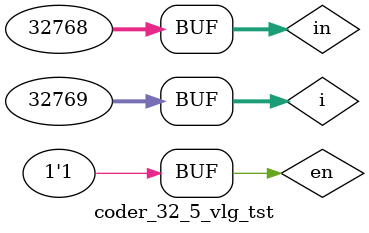
<source format=v>
`timescale 1 ps/ 1 ps

 module coder_32_5_vlg_tst();
 
 reg        en;
 reg [31:0] in;
 
 wire [4:0] out;
 
 integer i;
 
 coder_32_5 dut (
	.en  (en),
	.in  (in),
	.out (out)
 );
 
initial begin 
	$monitor("en = %b in = %b out = %b", en, in, out);
	
	en = 1'b1;
	
	for (i = 0; i <= 32768; i = i + 1) begin
		#10 in = i;
	end
end

endmodule

</source>
